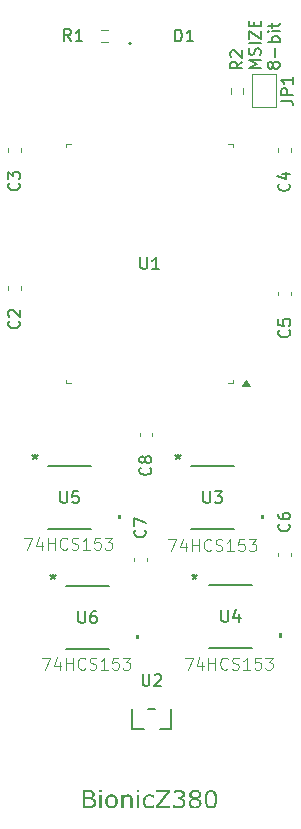
<source format=gto>
G04 #@! TF.GenerationSoftware,KiCad,Pcbnew,9.0.6*
G04 #@! TF.CreationDate,2025-12-03T22:02:21+09:00*
G04 #@! TF.ProjectId,bionic-z380,62696f6e-6963-42d7-9a33-38302e6b6963,2*
G04 #@! TF.SameCoordinates,Original*
G04 #@! TF.FileFunction,Legend,Top*
G04 #@! TF.FilePolarity,Positive*
%FSLAX46Y46*%
G04 Gerber Fmt 4.6, Leading zero omitted, Abs format (unit mm)*
G04 Created by KiCad (PCBNEW 9.0.6) date 2025-12-03 22:02:21*
%MOMM*%
%LPD*%
G01*
G04 APERTURE LIST*
%ADD10C,0.125000*%
%ADD11C,0.150000*%
%ADD12C,0.000000*%
%ADD13C,0.152400*%
%ADD14C,0.120000*%
G04 APERTURE END LIST*
D10*
X116692905Y-124447119D02*
X117359571Y-124447119D01*
X117359571Y-124447119D02*
X116931000Y-125447119D01*
X118169095Y-124780452D02*
X118169095Y-125447119D01*
X117931000Y-124399500D02*
X117692905Y-125113785D01*
X117692905Y-125113785D02*
X118311952Y-125113785D01*
X118692905Y-125447119D02*
X118692905Y-124447119D01*
X118692905Y-124923309D02*
X119264333Y-124923309D01*
X119264333Y-125447119D02*
X119264333Y-124447119D01*
X120311952Y-125351880D02*
X120264333Y-125399500D01*
X120264333Y-125399500D02*
X120121476Y-125447119D01*
X120121476Y-125447119D02*
X120026238Y-125447119D01*
X120026238Y-125447119D02*
X119883381Y-125399500D01*
X119883381Y-125399500D02*
X119788143Y-125304261D01*
X119788143Y-125304261D02*
X119740524Y-125209023D01*
X119740524Y-125209023D02*
X119692905Y-125018547D01*
X119692905Y-125018547D02*
X119692905Y-124875690D01*
X119692905Y-124875690D02*
X119740524Y-124685214D01*
X119740524Y-124685214D02*
X119788143Y-124589976D01*
X119788143Y-124589976D02*
X119883381Y-124494738D01*
X119883381Y-124494738D02*
X120026238Y-124447119D01*
X120026238Y-124447119D02*
X120121476Y-124447119D01*
X120121476Y-124447119D02*
X120264333Y-124494738D01*
X120264333Y-124494738D02*
X120311952Y-124542357D01*
X120692905Y-125399500D02*
X120835762Y-125447119D01*
X120835762Y-125447119D02*
X121073857Y-125447119D01*
X121073857Y-125447119D02*
X121169095Y-125399500D01*
X121169095Y-125399500D02*
X121216714Y-125351880D01*
X121216714Y-125351880D02*
X121264333Y-125256642D01*
X121264333Y-125256642D02*
X121264333Y-125161404D01*
X121264333Y-125161404D02*
X121216714Y-125066166D01*
X121216714Y-125066166D02*
X121169095Y-125018547D01*
X121169095Y-125018547D02*
X121073857Y-124970928D01*
X121073857Y-124970928D02*
X120883381Y-124923309D01*
X120883381Y-124923309D02*
X120788143Y-124875690D01*
X120788143Y-124875690D02*
X120740524Y-124828071D01*
X120740524Y-124828071D02*
X120692905Y-124732833D01*
X120692905Y-124732833D02*
X120692905Y-124637595D01*
X120692905Y-124637595D02*
X120740524Y-124542357D01*
X120740524Y-124542357D02*
X120788143Y-124494738D01*
X120788143Y-124494738D02*
X120883381Y-124447119D01*
X120883381Y-124447119D02*
X121121476Y-124447119D01*
X121121476Y-124447119D02*
X121264333Y-124494738D01*
X122216714Y-125447119D02*
X121645286Y-125447119D01*
X121931000Y-125447119D02*
X121931000Y-124447119D01*
X121931000Y-124447119D02*
X121835762Y-124589976D01*
X121835762Y-124589976D02*
X121740524Y-124685214D01*
X121740524Y-124685214D02*
X121645286Y-124732833D01*
X123121476Y-124447119D02*
X122645286Y-124447119D01*
X122645286Y-124447119D02*
X122597667Y-124923309D01*
X122597667Y-124923309D02*
X122645286Y-124875690D01*
X122645286Y-124875690D02*
X122740524Y-124828071D01*
X122740524Y-124828071D02*
X122978619Y-124828071D01*
X122978619Y-124828071D02*
X123073857Y-124875690D01*
X123073857Y-124875690D02*
X123121476Y-124923309D01*
X123121476Y-124923309D02*
X123169095Y-125018547D01*
X123169095Y-125018547D02*
X123169095Y-125256642D01*
X123169095Y-125256642D02*
X123121476Y-125351880D01*
X123121476Y-125351880D02*
X123073857Y-125399500D01*
X123073857Y-125399500D02*
X122978619Y-125447119D01*
X122978619Y-125447119D02*
X122740524Y-125447119D01*
X122740524Y-125447119D02*
X122645286Y-125399500D01*
X122645286Y-125399500D02*
X122597667Y-125351880D01*
X123502429Y-124447119D02*
X124121476Y-124447119D01*
X124121476Y-124447119D02*
X123788143Y-124828071D01*
X123788143Y-124828071D02*
X123931000Y-124828071D01*
X123931000Y-124828071D02*
X124026238Y-124875690D01*
X124026238Y-124875690D02*
X124073857Y-124923309D01*
X124073857Y-124923309D02*
X124121476Y-125018547D01*
X124121476Y-125018547D02*
X124121476Y-125256642D01*
X124121476Y-125256642D02*
X124073857Y-125351880D01*
X124073857Y-125351880D02*
X124026238Y-125399500D01*
X124026238Y-125399500D02*
X123931000Y-125447119D01*
X123931000Y-125447119D02*
X123645286Y-125447119D01*
X123645286Y-125447119D02*
X123550048Y-125399500D01*
X123550048Y-125399500D02*
X123502429Y-125351880D01*
X104627905Y-124447119D02*
X105294571Y-124447119D01*
X105294571Y-124447119D02*
X104866000Y-125447119D01*
X106104095Y-124780452D02*
X106104095Y-125447119D01*
X105866000Y-124399500D02*
X105627905Y-125113785D01*
X105627905Y-125113785D02*
X106246952Y-125113785D01*
X106627905Y-125447119D02*
X106627905Y-124447119D01*
X106627905Y-124923309D02*
X107199333Y-124923309D01*
X107199333Y-125447119D02*
X107199333Y-124447119D01*
X108246952Y-125351880D02*
X108199333Y-125399500D01*
X108199333Y-125399500D02*
X108056476Y-125447119D01*
X108056476Y-125447119D02*
X107961238Y-125447119D01*
X107961238Y-125447119D02*
X107818381Y-125399500D01*
X107818381Y-125399500D02*
X107723143Y-125304261D01*
X107723143Y-125304261D02*
X107675524Y-125209023D01*
X107675524Y-125209023D02*
X107627905Y-125018547D01*
X107627905Y-125018547D02*
X107627905Y-124875690D01*
X107627905Y-124875690D02*
X107675524Y-124685214D01*
X107675524Y-124685214D02*
X107723143Y-124589976D01*
X107723143Y-124589976D02*
X107818381Y-124494738D01*
X107818381Y-124494738D02*
X107961238Y-124447119D01*
X107961238Y-124447119D02*
X108056476Y-124447119D01*
X108056476Y-124447119D02*
X108199333Y-124494738D01*
X108199333Y-124494738D02*
X108246952Y-124542357D01*
X108627905Y-125399500D02*
X108770762Y-125447119D01*
X108770762Y-125447119D02*
X109008857Y-125447119D01*
X109008857Y-125447119D02*
X109104095Y-125399500D01*
X109104095Y-125399500D02*
X109151714Y-125351880D01*
X109151714Y-125351880D02*
X109199333Y-125256642D01*
X109199333Y-125256642D02*
X109199333Y-125161404D01*
X109199333Y-125161404D02*
X109151714Y-125066166D01*
X109151714Y-125066166D02*
X109104095Y-125018547D01*
X109104095Y-125018547D02*
X109008857Y-124970928D01*
X109008857Y-124970928D02*
X108818381Y-124923309D01*
X108818381Y-124923309D02*
X108723143Y-124875690D01*
X108723143Y-124875690D02*
X108675524Y-124828071D01*
X108675524Y-124828071D02*
X108627905Y-124732833D01*
X108627905Y-124732833D02*
X108627905Y-124637595D01*
X108627905Y-124637595D02*
X108675524Y-124542357D01*
X108675524Y-124542357D02*
X108723143Y-124494738D01*
X108723143Y-124494738D02*
X108818381Y-124447119D01*
X108818381Y-124447119D02*
X109056476Y-124447119D01*
X109056476Y-124447119D02*
X109199333Y-124494738D01*
X110151714Y-125447119D02*
X109580286Y-125447119D01*
X109866000Y-125447119D02*
X109866000Y-124447119D01*
X109866000Y-124447119D02*
X109770762Y-124589976D01*
X109770762Y-124589976D02*
X109675524Y-124685214D01*
X109675524Y-124685214D02*
X109580286Y-124732833D01*
X111056476Y-124447119D02*
X110580286Y-124447119D01*
X110580286Y-124447119D02*
X110532667Y-124923309D01*
X110532667Y-124923309D02*
X110580286Y-124875690D01*
X110580286Y-124875690D02*
X110675524Y-124828071D01*
X110675524Y-124828071D02*
X110913619Y-124828071D01*
X110913619Y-124828071D02*
X111008857Y-124875690D01*
X111008857Y-124875690D02*
X111056476Y-124923309D01*
X111056476Y-124923309D02*
X111104095Y-125018547D01*
X111104095Y-125018547D02*
X111104095Y-125256642D01*
X111104095Y-125256642D02*
X111056476Y-125351880D01*
X111056476Y-125351880D02*
X111008857Y-125399500D01*
X111008857Y-125399500D02*
X110913619Y-125447119D01*
X110913619Y-125447119D02*
X110675524Y-125447119D01*
X110675524Y-125447119D02*
X110580286Y-125399500D01*
X110580286Y-125399500D02*
X110532667Y-125351880D01*
X111437429Y-124447119D02*
X112056476Y-124447119D01*
X112056476Y-124447119D02*
X111723143Y-124828071D01*
X111723143Y-124828071D02*
X111866000Y-124828071D01*
X111866000Y-124828071D02*
X111961238Y-124875690D01*
X111961238Y-124875690D02*
X112008857Y-124923309D01*
X112008857Y-124923309D02*
X112056476Y-125018547D01*
X112056476Y-125018547D02*
X112056476Y-125256642D01*
X112056476Y-125256642D02*
X112008857Y-125351880D01*
X112008857Y-125351880D02*
X111961238Y-125399500D01*
X111961238Y-125399500D02*
X111866000Y-125447119D01*
X111866000Y-125447119D02*
X111580286Y-125447119D01*
X111580286Y-125447119D02*
X111485048Y-125399500D01*
X111485048Y-125399500D02*
X111437429Y-125351880D01*
D11*
X123103447Y-74514620D02*
X122103447Y-74514620D01*
X122103447Y-74514620D02*
X122817732Y-74181287D01*
X122817732Y-74181287D02*
X122103447Y-73847954D01*
X122103447Y-73847954D02*
X123103447Y-73847954D01*
X123055828Y-73419382D02*
X123103447Y-73276525D01*
X123103447Y-73276525D02*
X123103447Y-73038430D01*
X123103447Y-73038430D02*
X123055828Y-72943192D01*
X123055828Y-72943192D02*
X123008208Y-72895573D01*
X123008208Y-72895573D02*
X122912970Y-72847954D01*
X122912970Y-72847954D02*
X122817732Y-72847954D01*
X122817732Y-72847954D02*
X122722494Y-72895573D01*
X122722494Y-72895573D02*
X122674875Y-72943192D01*
X122674875Y-72943192D02*
X122627256Y-73038430D01*
X122627256Y-73038430D02*
X122579637Y-73228906D01*
X122579637Y-73228906D02*
X122532018Y-73324144D01*
X122532018Y-73324144D02*
X122484399Y-73371763D01*
X122484399Y-73371763D02*
X122389161Y-73419382D01*
X122389161Y-73419382D02*
X122293923Y-73419382D01*
X122293923Y-73419382D02*
X122198685Y-73371763D01*
X122198685Y-73371763D02*
X122151066Y-73324144D01*
X122151066Y-73324144D02*
X122103447Y-73228906D01*
X122103447Y-73228906D02*
X122103447Y-72990811D01*
X122103447Y-72990811D02*
X122151066Y-72847954D01*
X123103447Y-72419382D02*
X122103447Y-72419382D01*
X122103447Y-72038430D02*
X122103447Y-71371764D01*
X122103447Y-71371764D02*
X123103447Y-72038430D01*
X123103447Y-72038430D02*
X123103447Y-71371764D01*
X122579637Y-70990811D02*
X122579637Y-70657478D01*
X123103447Y-70514621D02*
X123103447Y-70990811D01*
X123103447Y-70990811D02*
X122103447Y-70990811D01*
X122103447Y-70990811D02*
X122103447Y-70514621D01*
X124141962Y-74371763D02*
X124094343Y-74467001D01*
X124094343Y-74467001D02*
X124046724Y-74514620D01*
X124046724Y-74514620D02*
X123951486Y-74562239D01*
X123951486Y-74562239D02*
X123903867Y-74562239D01*
X123903867Y-74562239D02*
X123808629Y-74514620D01*
X123808629Y-74514620D02*
X123761010Y-74467001D01*
X123761010Y-74467001D02*
X123713391Y-74371763D01*
X123713391Y-74371763D02*
X123713391Y-74181287D01*
X123713391Y-74181287D02*
X123761010Y-74086049D01*
X123761010Y-74086049D02*
X123808629Y-74038430D01*
X123808629Y-74038430D02*
X123903867Y-73990811D01*
X123903867Y-73990811D02*
X123951486Y-73990811D01*
X123951486Y-73990811D02*
X124046724Y-74038430D01*
X124046724Y-74038430D02*
X124094343Y-74086049D01*
X124094343Y-74086049D02*
X124141962Y-74181287D01*
X124141962Y-74181287D02*
X124141962Y-74371763D01*
X124141962Y-74371763D02*
X124189581Y-74467001D01*
X124189581Y-74467001D02*
X124237200Y-74514620D01*
X124237200Y-74514620D02*
X124332438Y-74562239D01*
X124332438Y-74562239D02*
X124522914Y-74562239D01*
X124522914Y-74562239D02*
X124618152Y-74514620D01*
X124618152Y-74514620D02*
X124665772Y-74467001D01*
X124665772Y-74467001D02*
X124713391Y-74371763D01*
X124713391Y-74371763D02*
X124713391Y-74181287D01*
X124713391Y-74181287D02*
X124665772Y-74086049D01*
X124665772Y-74086049D02*
X124618152Y-74038430D01*
X124618152Y-74038430D02*
X124522914Y-73990811D01*
X124522914Y-73990811D02*
X124332438Y-73990811D01*
X124332438Y-73990811D02*
X124237200Y-74038430D01*
X124237200Y-74038430D02*
X124189581Y-74086049D01*
X124189581Y-74086049D02*
X124141962Y-74181287D01*
X124332438Y-73562239D02*
X124332438Y-72800335D01*
X124713391Y-72324144D02*
X123713391Y-72324144D01*
X124094343Y-72324144D02*
X124046724Y-72228906D01*
X124046724Y-72228906D02*
X124046724Y-72038430D01*
X124046724Y-72038430D02*
X124094343Y-71943192D01*
X124094343Y-71943192D02*
X124141962Y-71895573D01*
X124141962Y-71895573D02*
X124237200Y-71847954D01*
X124237200Y-71847954D02*
X124522914Y-71847954D01*
X124522914Y-71847954D02*
X124618152Y-71895573D01*
X124618152Y-71895573D02*
X124665772Y-71943192D01*
X124665772Y-71943192D02*
X124713391Y-72038430D01*
X124713391Y-72038430D02*
X124713391Y-72228906D01*
X124713391Y-72228906D02*
X124665772Y-72324144D01*
X124713391Y-71419382D02*
X124046724Y-71419382D01*
X123713391Y-71419382D02*
X123761010Y-71467001D01*
X123761010Y-71467001D02*
X123808629Y-71419382D01*
X123808629Y-71419382D02*
X123761010Y-71371763D01*
X123761010Y-71371763D02*
X123713391Y-71419382D01*
X123713391Y-71419382D02*
X123808629Y-71419382D01*
X124046724Y-71086049D02*
X124046724Y-70705097D01*
X123713391Y-70943192D02*
X124570533Y-70943192D01*
X124570533Y-70943192D02*
X124665772Y-70895573D01*
X124665772Y-70895573D02*
X124713391Y-70800335D01*
X124713391Y-70800335D02*
X124713391Y-70705097D01*
G36*
X108649256Y-135650061D02*
G01*
X108742817Y-135658789D01*
X108823854Y-135677697D01*
X108901636Y-135710080D01*
X108954059Y-135743504D01*
X108994120Y-135781259D01*
X109023543Y-135823561D01*
X109051498Y-135897607D01*
X109061462Y-135989433D01*
X109054972Y-136060240D01*
X109036374Y-136121445D01*
X109006141Y-136174905D01*
X108942444Y-136243385D01*
X108858588Y-136298736D01*
X108858588Y-136306887D01*
X108956952Y-136337005D01*
X109037215Y-136382062D01*
X109102403Y-136441984D01*
X109151167Y-136515418D01*
X109181108Y-136601463D01*
X109191613Y-136703477D01*
X109186559Y-136777948D01*
X109172019Y-136844180D01*
X109148565Y-136903420D01*
X109097728Y-136982873D01*
X109032794Y-137046119D01*
X108942226Y-137103884D01*
X108843750Y-137142015D01*
X108733673Y-137162610D01*
X108581983Y-137170500D01*
X108040954Y-137170500D01*
X108040954Y-136994645D01*
X108243829Y-136994645D01*
X108512282Y-136994645D01*
X108639464Y-136990867D01*
X108730452Y-136981089D01*
X108810330Y-136960981D01*
X108869853Y-136931355D01*
X108920568Y-136888258D01*
X108953842Y-136841871D01*
X108973243Y-136787100D01*
X108980495Y-136712178D01*
X108972811Y-136627139D01*
X108952835Y-136568471D01*
X108915891Y-136521005D01*
X108852451Y-136477979D01*
X108799886Y-136457800D01*
X108733016Y-136445373D01*
X108562474Y-136437771D01*
X108243829Y-136437771D01*
X108243829Y-136994645D01*
X108040954Y-136994645D01*
X108040954Y-136261916D01*
X108243829Y-136261916D01*
X108506145Y-136261916D01*
X108596543Y-136259164D01*
X108657729Y-136252207D01*
X108712102Y-136237250D01*
X108762326Y-136211816D01*
X108803810Y-136176248D01*
X108830469Y-136132590D01*
X108845138Y-136081292D01*
X108850436Y-136017551D01*
X108845483Y-135965058D01*
X108831935Y-135924495D01*
X108808318Y-135890704D01*
X108772584Y-135863220D01*
X108720880Y-135841301D01*
X108655714Y-135828965D01*
X108485629Y-135822279D01*
X108243829Y-135822279D01*
X108243829Y-136261916D01*
X108040954Y-136261916D01*
X108040954Y-135646424D01*
X108492773Y-135646424D01*
X108649256Y-135650061D01*
G37*
G36*
X109671642Y-135834003D02*
G01*
X109454388Y-135834003D01*
X109454388Y-135634700D01*
X109671642Y-135634700D01*
X109671642Y-135834003D01*
G37*
G36*
X109659277Y-137170500D02*
G01*
X109466661Y-137170500D01*
X109466661Y-136027443D01*
X109659277Y-136027443D01*
X109659277Y-137170500D01*
G37*
G36*
X110606179Y-136008898D02*
G01*
X110707537Y-136039681D01*
X110795605Y-136089610D01*
X110872584Y-136159700D01*
X110933140Y-136243923D01*
X110977762Y-136343243D01*
X111005991Y-136460554D01*
X111016015Y-136599521D01*
X111005983Y-136738503D01*
X110977742Y-136855710D01*
X110933121Y-136954833D01*
X110872584Y-137038792D01*
X110795639Y-137108619D01*
X110707584Y-137158382D01*
X110606214Y-137189074D01*
X110488359Y-137199809D01*
X110369366Y-137189032D01*
X110267400Y-137158273D01*
X110179198Y-137108501D01*
X110102486Y-137038792D01*
X110042200Y-136954868D01*
X109997747Y-136855757D01*
X109969604Y-136738538D01*
X109959604Y-136599521D01*
X110158357Y-136599521D01*
X110164815Y-136707161D01*
X110182581Y-136794246D01*
X110209802Y-136864350D01*
X110245460Y-136920456D01*
X110292865Y-136967955D01*
X110347996Y-137001685D01*
X110412385Y-137022504D01*
X110488359Y-137029816D01*
X110563263Y-137022603D01*
X110627082Y-137002019D01*
X110682042Y-136968597D01*
X110729610Y-136921463D01*
X110765410Y-136865826D01*
X110792803Y-136795813D01*
X110810730Y-136708296D01*
X110817263Y-136599521D01*
X110810676Y-136487725D01*
X110792714Y-136398966D01*
X110765478Y-136329046D01*
X110730160Y-136274464D01*
X110682941Y-136228370D01*
X110628043Y-136195549D01*
X110563940Y-136175256D01*
X110488359Y-136168127D01*
X110411637Y-136175301D01*
X110346944Y-136195662D01*
X110291903Y-136228491D01*
X110244910Y-136274464D01*
X110209834Y-136329008D01*
X110182766Y-136398911D01*
X110164907Y-136487683D01*
X110158357Y-136599521D01*
X109959604Y-136599521D01*
X109969595Y-136460519D01*
X109997727Y-136343195D01*
X110042181Y-136243889D01*
X110102486Y-136159700D01*
X110179233Y-136089728D01*
X110267448Y-136039791D01*
X110369401Y-136008941D01*
X110488359Y-135998134D01*
X110606179Y-136008898D01*
G37*
G36*
X112271088Y-137170500D02*
G01*
X112078472Y-137170500D01*
X112078472Y-136520295D01*
X112069221Y-136372558D01*
X112055261Y-136308187D01*
X112035424Y-136264664D01*
X112004379Y-136227474D01*
X111961602Y-136200825D01*
X111909447Y-136185634D01*
X111836671Y-136179851D01*
X111757787Y-136189128D01*
X111671624Y-136218685D01*
X111587837Y-136262601D01*
X111506669Y-136317878D01*
X111506669Y-137170500D01*
X111314053Y-137170500D01*
X111314053Y-136027443D01*
X111506669Y-136027443D01*
X111506669Y-136156403D01*
X111599648Y-136089243D01*
X111693148Y-136039991D01*
X111791188Y-136008508D01*
X111890893Y-135998134D01*
X111982699Y-136005899D01*
X112058549Y-136027669D01*
X112121491Y-136062160D01*
X112173726Y-136109509D01*
X112214125Y-136167251D01*
X112244474Y-136238026D01*
X112264036Y-136324525D01*
X112271088Y-136430077D01*
X112271088Y-137170500D01*
G37*
G36*
X112848753Y-135834003D02*
G01*
X112631499Y-135834003D01*
X112631499Y-135634700D01*
X112848753Y-135634700D01*
X112848753Y-135834003D01*
G37*
G36*
X112836388Y-137170500D02*
G01*
X112643772Y-137170500D01*
X112643772Y-136027443D01*
X112836388Y-136027443D01*
X112836388Y-137170500D01*
G37*
G36*
X114064075Y-137096219D02*
G01*
X113968148Y-137138138D01*
X113881167Y-137168210D01*
X113792753Y-137187394D01*
X113697252Y-137193947D01*
X113576646Y-137184579D01*
X113469740Y-137157585D01*
X113403416Y-137128871D01*
X113344607Y-137092267D01*
X113292511Y-137047584D01*
X113247224Y-136995262D01*
X113208581Y-136933576D01*
X113176649Y-136861288D01*
X113154596Y-136785113D01*
X113140629Y-136697908D01*
X113135707Y-136598055D01*
X113146428Y-136458531D01*
X113176630Y-136341101D01*
X113224508Y-136241874D01*
X113289855Y-136157869D01*
X113371800Y-136088897D01*
X113465358Y-136039441D01*
X113572798Y-136008841D01*
X113697252Y-135998134D01*
X113794677Y-136005087D01*
X113890418Y-136025978D01*
X113982433Y-136057292D01*
X114064075Y-136093846D01*
X114064075Y-136308811D01*
X114053816Y-136308811D01*
X113963174Y-136248228D01*
X113871916Y-136204580D01*
X113777926Y-136176969D01*
X113689009Y-136168127D01*
X113608711Y-136175459D01*
X113540225Y-136196350D01*
X113481268Y-136230116D01*
X113430264Y-136277395D01*
X113391169Y-136333980D01*
X113361598Y-136404236D01*
X113342417Y-136491071D01*
X113335468Y-136598055D01*
X113342193Y-136701781D01*
X113360847Y-136786928D01*
X113389761Y-136856689D01*
X113428158Y-136913678D01*
X113478248Y-136961175D01*
X113537120Y-136995253D01*
X113606527Y-137016465D01*
X113689009Y-137023954D01*
X113747483Y-137020212D01*
X113807894Y-137008750D01*
X113866272Y-136990916D01*
X113916521Y-136969274D01*
X113995381Y-136924303D01*
X114053816Y-136883270D01*
X114064075Y-136883270D01*
X114064075Y-137096219D01*
G37*
G36*
X115441146Y-137170500D02*
G01*
X114250462Y-137170500D01*
X114250462Y-136982921D01*
X115185974Y-135828141D01*
X114285267Y-135828141D01*
X114285267Y-135646424D01*
X115418523Y-135646424D01*
X115418523Y-135834003D01*
X114473853Y-136988783D01*
X115441146Y-136988783D01*
X115441146Y-137170500D01*
G37*
G36*
X116622488Y-136434199D02*
G01*
X116666774Y-136483118D01*
X116703454Y-136544749D01*
X116726529Y-136616971D01*
X116735236Y-136716666D01*
X116725534Y-136817848D01*
X116697318Y-136908091D01*
X116651676Y-136989544D01*
X116590797Y-137059583D01*
X116507541Y-137121619D01*
X116409813Y-137165554D01*
X116302614Y-137190980D01*
X116181935Y-137199809D01*
X116055782Y-137192246D01*
X115931800Y-137169584D01*
X115814924Y-137136296D01*
X115730024Y-137103455D01*
X115730024Y-136889132D01*
X115745412Y-136889132D01*
X115838002Y-136941246D01*
X115950301Y-136985577D01*
X116067845Y-137014649D01*
X116177813Y-137023954D01*
X116243032Y-137018789D01*
X116315108Y-137002430D01*
X116382534Y-136974935D01*
X116432986Y-136938866D01*
X116474548Y-136890799D01*
X116503145Y-136839398D01*
X116519930Y-136780875D01*
X116526226Y-136701920D01*
X116519128Y-136624154D01*
X116500031Y-136566090D01*
X116468590Y-136517601D01*
X116427857Y-136481460D01*
X116378126Y-136455148D01*
X116316207Y-136437863D01*
X116249232Y-136429100D01*
X116174791Y-136426047D01*
X116082558Y-136426047D01*
X116082558Y-136256054D01*
X116154274Y-136256054D01*
X116256358Y-136248018D01*
X116337789Y-136225890D01*
X116402669Y-136191574D01*
X116443141Y-136155756D01*
X116471675Y-136113403D01*
X116489258Y-136063238D01*
X116495451Y-136003171D01*
X116489327Y-135950872D01*
X116471820Y-135907184D01*
X116443859Y-135869932D01*
X116406333Y-135839681D01*
X116360715Y-135817354D01*
X116311994Y-135803136D01*
X116260083Y-135795657D01*
X116198330Y-135792970D01*
X116100087Y-135801417D01*
X115991334Y-135828232D01*
X115884929Y-135870676D01*
X115784338Y-135927792D01*
X115774080Y-135927792D01*
X115774080Y-135713469D01*
X115853514Y-135680866D01*
X115968253Y-135647340D01*
X116089160Y-135624495D01*
X116203459Y-135617115D01*
X116311602Y-135622531D01*
X116400105Y-135637448D01*
X116481703Y-135664130D01*
X116553886Y-135702478D01*
X116619453Y-135757216D01*
X116665536Y-135820447D01*
X116693590Y-135893749D01*
X116703454Y-135982014D01*
X116693488Y-136062493D01*
X116664024Y-136135105D01*
X116613787Y-136202107D01*
X116549703Y-136257580D01*
X116479607Y-136296673D01*
X116402211Y-136320534D01*
X116402211Y-136334914D01*
X116452589Y-136346837D01*
X116514868Y-136369169D01*
X116574603Y-136399114D01*
X116622488Y-136434199D01*
G37*
G36*
X117675609Y-135624749D02*
G01*
X117772833Y-135646253D01*
X117855482Y-135680164D01*
X117925829Y-135725925D01*
X117986498Y-135785237D01*
X118028393Y-135850100D01*
X118053509Y-135921783D01*
X118062116Y-136002347D01*
X118055235Y-136069010D01*
X118034183Y-136135903D01*
X117997545Y-136204214D01*
X117948987Y-136264266D01*
X117886501Y-136315842D01*
X117807951Y-136359186D01*
X117807951Y-136365322D01*
X117900139Y-136411498D01*
X117972187Y-136461722D01*
X118027220Y-136515715D01*
X118068561Y-136579144D01*
X118094073Y-136654041D01*
X118103057Y-136743410D01*
X118093292Y-136837960D01*
X118064784Y-136922482D01*
X118017310Y-136999259D01*
X117948818Y-137069749D01*
X117868542Y-137125655D01*
X117778433Y-137166060D01*
X117676693Y-137191088D01*
X117561021Y-137199809D01*
X117437233Y-137190969D01*
X117332093Y-137166015D01*
X117242500Y-137126486D01*
X117165989Y-137072772D01*
X117101244Y-137004198D01*
X117055926Y-136928293D01*
X117028460Y-136843496D01*
X117018986Y-136747440D01*
X117020874Y-136728756D01*
X117225981Y-136728756D01*
X117236857Y-136815102D01*
X117268361Y-136888848D01*
X117321236Y-136953062D01*
X117389354Y-137001618D01*
X117468914Y-137031199D01*
X117563128Y-137041539D01*
X117660202Y-137032364D01*
X117738652Y-137006774D01*
X117802364Y-136966160D01*
X117851645Y-136910426D01*
X117881508Y-136842583D01*
X117892032Y-136758889D01*
X117886919Y-136698470D01*
X117872748Y-136649829D01*
X117850541Y-136610603D01*
X117819060Y-136577529D01*
X117767194Y-136540323D01*
X117688058Y-136498404D01*
X117582545Y-136457188D01*
X117429863Y-136403882D01*
X117372022Y-136440950D01*
X117322915Y-136485398D01*
X117281760Y-136537697D01*
X117250909Y-136596120D01*
X117232325Y-136659369D01*
X117225981Y-136728756D01*
X117020874Y-136728756D01*
X117027238Y-136665789D01*
X117051641Y-136590281D01*
X117092716Y-136519287D01*
X117147205Y-136457195D01*
X117215844Y-136403194D01*
X117300720Y-136357171D01*
X117300720Y-136351034D01*
X117221544Y-136303354D01*
X117162026Y-136255951D01*
X117118820Y-136208793D01*
X117086781Y-136154522D01*
X117066919Y-136090897D01*
X117059927Y-136015628D01*
X117062639Y-135990532D01*
X117265915Y-135990532D01*
X117276500Y-136059758D01*
X117307406Y-136117752D01*
X117356908Y-136166445D01*
X117432977Y-136213281D01*
X117542062Y-136261367D01*
X117680914Y-136310368D01*
X117745399Y-136261584D01*
X117791025Y-136215084D01*
X117821323Y-136170417D01*
X117850171Y-136093678D01*
X117860249Y-136002805D01*
X117850618Y-135934052D01*
X117822804Y-135876956D01*
X117775711Y-135828599D01*
X117716251Y-135793431D01*
X117645296Y-135771455D01*
X117560014Y-135763661D01*
X117475875Y-135771074D01*
X117406265Y-135791896D01*
X117348347Y-135825027D01*
X117302344Y-135870935D01*
X117275274Y-135925166D01*
X117265915Y-135990532D01*
X117062639Y-135990532D01*
X117068778Y-135933721D01*
X117094713Y-135860201D01*
X117138169Y-135793031D01*
X117201343Y-135730963D01*
X117274619Y-135682350D01*
X117357746Y-135646933D01*
X117452481Y-135624847D01*
X117561021Y-135617115D01*
X117675609Y-135624749D01*
G37*
G36*
X119006416Y-135625872D02*
G01*
X119098512Y-135650581D01*
X119176454Y-135689879D01*
X119242569Y-135743781D01*
X119298229Y-135813669D01*
X119348786Y-135912290D01*
X119388536Y-136039674D01*
X119415042Y-136202264D01*
X119424808Y-136407454D01*
X119418246Y-136581302D01*
X119400191Y-136724003D01*
X119372790Y-136840098D01*
X119337740Y-136933690D01*
X119296214Y-137008383D01*
X119239988Y-137076425D01*
X119173718Y-137128959D01*
X119096066Y-137167255D01*
X119004821Y-137191302D01*
X118897060Y-137199809D01*
X118787584Y-137191140D01*
X118695428Y-137166695D01*
X118617496Y-137127856D01*
X118551450Y-137074665D01*
X118495892Y-137005819D01*
X118445591Y-136908504D01*
X118405860Y-136781433D01*
X118379246Y-136617725D01*
X118369404Y-136409469D01*
X118577408Y-136409469D01*
X118580506Y-136561861D01*
X118588673Y-136675358D01*
X118606816Y-136778568D01*
X118636850Y-136866875D01*
X118678565Y-136937962D01*
X118732654Y-136988050D01*
X118775937Y-137010295D01*
X118829908Y-137024623D01*
X118897152Y-137029816D01*
X118960282Y-137024996D01*
X119012898Y-137011480D01*
X119056887Y-136990157D01*
X119095246Y-136959945D01*
X119128012Y-136920367D01*
X119155347Y-136869898D01*
X119184715Y-136782894D01*
X119203982Y-136675908D01*
X119213320Y-136558718D01*
X119216805Y-136407454D01*
X119213348Y-136257625D01*
X119203982Y-136138543D01*
X119184275Y-136029689D01*
X119154340Y-135945011D01*
X119110927Y-135875046D01*
X119056429Y-135826859D01*
X119013351Y-135805569D01*
X118960962Y-135791984D01*
X118897152Y-135787108D01*
X118833966Y-135791948D01*
X118781489Y-135805503D01*
X118737784Y-135826859D01*
X118682392Y-135875419D01*
X118637858Y-135947026D01*
X118609775Y-136028902D01*
X118590230Y-136143672D01*
X118580760Y-136267702D01*
X118577408Y-136409469D01*
X118369404Y-136409469D01*
X118379391Y-136199576D01*
X118406364Y-136035054D01*
X118446582Y-135907766D01*
X118497449Y-135810647D01*
X118553604Y-135741800D01*
X118619876Y-135688693D01*
X118697599Y-135650002D01*
X118789006Y-135625710D01*
X118897060Y-135617115D01*
X119006416Y-135625872D01*
G37*
D10*
X103103905Y-114287119D02*
X103770571Y-114287119D01*
X103770571Y-114287119D02*
X103342000Y-115287119D01*
X104580095Y-114620452D02*
X104580095Y-115287119D01*
X104342000Y-114239500D02*
X104103905Y-114953785D01*
X104103905Y-114953785D02*
X104722952Y-114953785D01*
X105103905Y-115287119D02*
X105103905Y-114287119D01*
X105103905Y-114763309D02*
X105675333Y-114763309D01*
X105675333Y-115287119D02*
X105675333Y-114287119D01*
X106722952Y-115191880D02*
X106675333Y-115239500D01*
X106675333Y-115239500D02*
X106532476Y-115287119D01*
X106532476Y-115287119D02*
X106437238Y-115287119D01*
X106437238Y-115287119D02*
X106294381Y-115239500D01*
X106294381Y-115239500D02*
X106199143Y-115144261D01*
X106199143Y-115144261D02*
X106151524Y-115049023D01*
X106151524Y-115049023D02*
X106103905Y-114858547D01*
X106103905Y-114858547D02*
X106103905Y-114715690D01*
X106103905Y-114715690D02*
X106151524Y-114525214D01*
X106151524Y-114525214D02*
X106199143Y-114429976D01*
X106199143Y-114429976D02*
X106294381Y-114334738D01*
X106294381Y-114334738D02*
X106437238Y-114287119D01*
X106437238Y-114287119D02*
X106532476Y-114287119D01*
X106532476Y-114287119D02*
X106675333Y-114334738D01*
X106675333Y-114334738D02*
X106722952Y-114382357D01*
X107103905Y-115239500D02*
X107246762Y-115287119D01*
X107246762Y-115287119D02*
X107484857Y-115287119D01*
X107484857Y-115287119D02*
X107580095Y-115239500D01*
X107580095Y-115239500D02*
X107627714Y-115191880D01*
X107627714Y-115191880D02*
X107675333Y-115096642D01*
X107675333Y-115096642D02*
X107675333Y-115001404D01*
X107675333Y-115001404D02*
X107627714Y-114906166D01*
X107627714Y-114906166D02*
X107580095Y-114858547D01*
X107580095Y-114858547D02*
X107484857Y-114810928D01*
X107484857Y-114810928D02*
X107294381Y-114763309D01*
X107294381Y-114763309D02*
X107199143Y-114715690D01*
X107199143Y-114715690D02*
X107151524Y-114668071D01*
X107151524Y-114668071D02*
X107103905Y-114572833D01*
X107103905Y-114572833D02*
X107103905Y-114477595D01*
X107103905Y-114477595D02*
X107151524Y-114382357D01*
X107151524Y-114382357D02*
X107199143Y-114334738D01*
X107199143Y-114334738D02*
X107294381Y-114287119D01*
X107294381Y-114287119D02*
X107532476Y-114287119D01*
X107532476Y-114287119D02*
X107675333Y-114334738D01*
X108627714Y-115287119D02*
X108056286Y-115287119D01*
X108342000Y-115287119D02*
X108342000Y-114287119D01*
X108342000Y-114287119D02*
X108246762Y-114429976D01*
X108246762Y-114429976D02*
X108151524Y-114525214D01*
X108151524Y-114525214D02*
X108056286Y-114572833D01*
X109532476Y-114287119D02*
X109056286Y-114287119D01*
X109056286Y-114287119D02*
X109008667Y-114763309D01*
X109008667Y-114763309D02*
X109056286Y-114715690D01*
X109056286Y-114715690D02*
X109151524Y-114668071D01*
X109151524Y-114668071D02*
X109389619Y-114668071D01*
X109389619Y-114668071D02*
X109484857Y-114715690D01*
X109484857Y-114715690D02*
X109532476Y-114763309D01*
X109532476Y-114763309D02*
X109580095Y-114858547D01*
X109580095Y-114858547D02*
X109580095Y-115096642D01*
X109580095Y-115096642D02*
X109532476Y-115191880D01*
X109532476Y-115191880D02*
X109484857Y-115239500D01*
X109484857Y-115239500D02*
X109389619Y-115287119D01*
X109389619Y-115287119D02*
X109151524Y-115287119D01*
X109151524Y-115287119D02*
X109056286Y-115239500D01*
X109056286Y-115239500D02*
X109008667Y-115191880D01*
X109913429Y-114287119D02*
X110532476Y-114287119D01*
X110532476Y-114287119D02*
X110199143Y-114668071D01*
X110199143Y-114668071D02*
X110342000Y-114668071D01*
X110342000Y-114668071D02*
X110437238Y-114715690D01*
X110437238Y-114715690D02*
X110484857Y-114763309D01*
X110484857Y-114763309D02*
X110532476Y-114858547D01*
X110532476Y-114858547D02*
X110532476Y-115096642D01*
X110532476Y-115096642D02*
X110484857Y-115191880D01*
X110484857Y-115191880D02*
X110437238Y-115239500D01*
X110437238Y-115239500D02*
X110342000Y-115287119D01*
X110342000Y-115287119D02*
X110056286Y-115287119D01*
X110056286Y-115287119D02*
X109961048Y-115239500D01*
X109961048Y-115239500D02*
X109913429Y-115191880D01*
X115295905Y-114414119D02*
X115962571Y-114414119D01*
X115962571Y-114414119D02*
X115534000Y-115414119D01*
X116772095Y-114747452D02*
X116772095Y-115414119D01*
X116534000Y-114366500D02*
X116295905Y-115080785D01*
X116295905Y-115080785D02*
X116914952Y-115080785D01*
X117295905Y-115414119D02*
X117295905Y-114414119D01*
X117295905Y-114890309D02*
X117867333Y-114890309D01*
X117867333Y-115414119D02*
X117867333Y-114414119D01*
X118914952Y-115318880D02*
X118867333Y-115366500D01*
X118867333Y-115366500D02*
X118724476Y-115414119D01*
X118724476Y-115414119D02*
X118629238Y-115414119D01*
X118629238Y-115414119D02*
X118486381Y-115366500D01*
X118486381Y-115366500D02*
X118391143Y-115271261D01*
X118391143Y-115271261D02*
X118343524Y-115176023D01*
X118343524Y-115176023D02*
X118295905Y-114985547D01*
X118295905Y-114985547D02*
X118295905Y-114842690D01*
X118295905Y-114842690D02*
X118343524Y-114652214D01*
X118343524Y-114652214D02*
X118391143Y-114556976D01*
X118391143Y-114556976D02*
X118486381Y-114461738D01*
X118486381Y-114461738D02*
X118629238Y-114414119D01*
X118629238Y-114414119D02*
X118724476Y-114414119D01*
X118724476Y-114414119D02*
X118867333Y-114461738D01*
X118867333Y-114461738D02*
X118914952Y-114509357D01*
X119295905Y-115366500D02*
X119438762Y-115414119D01*
X119438762Y-115414119D02*
X119676857Y-115414119D01*
X119676857Y-115414119D02*
X119772095Y-115366500D01*
X119772095Y-115366500D02*
X119819714Y-115318880D01*
X119819714Y-115318880D02*
X119867333Y-115223642D01*
X119867333Y-115223642D02*
X119867333Y-115128404D01*
X119867333Y-115128404D02*
X119819714Y-115033166D01*
X119819714Y-115033166D02*
X119772095Y-114985547D01*
X119772095Y-114985547D02*
X119676857Y-114937928D01*
X119676857Y-114937928D02*
X119486381Y-114890309D01*
X119486381Y-114890309D02*
X119391143Y-114842690D01*
X119391143Y-114842690D02*
X119343524Y-114795071D01*
X119343524Y-114795071D02*
X119295905Y-114699833D01*
X119295905Y-114699833D02*
X119295905Y-114604595D01*
X119295905Y-114604595D02*
X119343524Y-114509357D01*
X119343524Y-114509357D02*
X119391143Y-114461738D01*
X119391143Y-114461738D02*
X119486381Y-114414119D01*
X119486381Y-114414119D02*
X119724476Y-114414119D01*
X119724476Y-114414119D02*
X119867333Y-114461738D01*
X120819714Y-115414119D02*
X120248286Y-115414119D01*
X120534000Y-115414119D02*
X120534000Y-114414119D01*
X120534000Y-114414119D02*
X120438762Y-114556976D01*
X120438762Y-114556976D02*
X120343524Y-114652214D01*
X120343524Y-114652214D02*
X120248286Y-114699833D01*
X121724476Y-114414119D02*
X121248286Y-114414119D01*
X121248286Y-114414119D02*
X121200667Y-114890309D01*
X121200667Y-114890309D02*
X121248286Y-114842690D01*
X121248286Y-114842690D02*
X121343524Y-114795071D01*
X121343524Y-114795071D02*
X121581619Y-114795071D01*
X121581619Y-114795071D02*
X121676857Y-114842690D01*
X121676857Y-114842690D02*
X121724476Y-114890309D01*
X121724476Y-114890309D02*
X121772095Y-114985547D01*
X121772095Y-114985547D02*
X121772095Y-115223642D01*
X121772095Y-115223642D02*
X121724476Y-115318880D01*
X121724476Y-115318880D02*
X121676857Y-115366500D01*
X121676857Y-115366500D02*
X121581619Y-115414119D01*
X121581619Y-115414119D02*
X121343524Y-115414119D01*
X121343524Y-115414119D02*
X121248286Y-115366500D01*
X121248286Y-115366500D02*
X121200667Y-115318880D01*
X122105429Y-114414119D02*
X122724476Y-114414119D01*
X122724476Y-114414119D02*
X122391143Y-114795071D01*
X122391143Y-114795071D02*
X122534000Y-114795071D01*
X122534000Y-114795071D02*
X122629238Y-114842690D01*
X122629238Y-114842690D02*
X122676857Y-114890309D01*
X122676857Y-114890309D02*
X122724476Y-114985547D01*
X122724476Y-114985547D02*
X122724476Y-115223642D01*
X122724476Y-115223642D02*
X122676857Y-115318880D01*
X122676857Y-115318880D02*
X122629238Y-115366500D01*
X122629238Y-115366500D02*
X122534000Y-115414119D01*
X122534000Y-115414119D02*
X122248286Y-115414119D01*
X122248286Y-115414119D02*
X122153048Y-115366500D01*
X122153048Y-115366500D02*
X122105429Y-115318880D01*
D11*
X118272095Y-110348819D02*
X118272095Y-111158342D01*
X118272095Y-111158342D02*
X118319714Y-111253580D01*
X118319714Y-111253580D02*
X118367333Y-111301200D01*
X118367333Y-111301200D02*
X118462571Y-111348819D01*
X118462571Y-111348819D02*
X118653047Y-111348819D01*
X118653047Y-111348819D02*
X118748285Y-111301200D01*
X118748285Y-111301200D02*
X118795904Y-111253580D01*
X118795904Y-111253580D02*
X118843523Y-111158342D01*
X118843523Y-111158342D02*
X118843523Y-110348819D01*
X119224476Y-110348819D02*
X119843523Y-110348819D01*
X119843523Y-110348819D02*
X119510190Y-110729771D01*
X119510190Y-110729771D02*
X119653047Y-110729771D01*
X119653047Y-110729771D02*
X119748285Y-110777390D01*
X119748285Y-110777390D02*
X119795904Y-110825009D01*
X119795904Y-110825009D02*
X119843523Y-110920247D01*
X119843523Y-110920247D02*
X119843523Y-111158342D01*
X119843523Y-111158342D02*
X119795904Y-111253580D01*
X119795904Y-111253580D02*
X119748285Y-111301200D01*
X119748285Y-111301200D02*
X119653047Y-111348819D01*
X119653047Y-111348819D02*
X119367333Y-111348819D01*
X119367333Y-111348819D02*
X119272095Y-111301200D01*
X119272095Y-111301200D02*
X119224476Y-111253580D01*
X116113000Y-107173819D02*
X116113000Y-107411914D01*
X115874905Y-107316676D02*
X116113000Y-107411914D01*
X116113000Y-107411914D02*
X116351095Y-107316676D01*
X115970143Y-107602390D02*
X116113000Y-107411914D01*
X116113000Y-107411914D02*
X116255857Y-107602390D01*
X121546219Y-73976666D02*
X121070028Y-74309999D01*
X121546219Y-74548094D02*
X120546219Y-74548094D01*
X120546219Y-74548094D02*
X120546219Y-74167142D01*
X120546219Y-74167142D02*
X120593838Y-74071904D01*
X120593838Y-74071904D02*
X120641457Y-74024285D01*
X120641457Y-74024285D02*
X120736695Y-73976666D01*
X120736695Y-73976666D02*
X120879552Y-73976666D01*
X120879552Y-73976666D02*
X120974790Y-74024285D01*
X120974790Y-74024285D02*
X121022409Y-74071904D01*
X121022409Y-74071904D02*
X121070028Y-74167142D01*
X121070028Y-74167142D02*
X121070028Y-74548094D01*
X120641457Y-73595713D02*
X120593838Y-73548094D01*
X120593838Y-73548094D02*
X120546219Y-73452856D01*
X120546219Y-73452856D02*
X120546219Y-73214761D01*
X120546219Y-73214761D02*
X120593838Y-73119523D01*
X120593838Y-73119523D02*
X120641457Y-73071904D01*
X120641457Y-73071904D02*
X120736695Y-73024285D01*
X120736695Y-73024285D02*
X120831933Y-73024285D01*
X120831933Y-73024285D02*
X120974790Y-73071904D01*
X120974790Y-73071904D02*
X121546219Y-73643332D01*
X121546219Y-73643332D02*
X121546219Y-73024285D01*
X112938095Y-90536819D02*
X112938095Y-91346342D01*
X112938095Y-91346342D02*
X112985714Y-91441580D01*
X112985714Y-91441580D02*
X113033333Y-91489200D01*
X113033333Y-91489200D02*
X113128571Y-91536819D01*
X113128571Y-91536819D02*
X113319047Y-91536819D01*
X113319047Y-91536819D02*
X113414285Y-91489200D01*
X113414285Y-91489200D02*
X113461904Y-91441580D01*
X113461904Y-91441580D02*
X113509523Y-91346342D01*
X113509523Y-91346342D02*
X113509523Y-90536819D01*
X114509523Y-91536819D02*
X113938095Y-91536819D01*
X114223809Y-91536819D02*
X114223809Y-90536819D01*
X114223809Y-90536819D02*
X114128571Y-90679676D01*
X114128571Y-90679676D02*
X114033333Y-90774914D01*
X114033333Y-90774914D02*
X113938095Y-90822533D01*
X106156295Y-110348819D02*
X106156295Y-111158342D01*
X106156295Y-111158342D02*
X106203914Y-111253580D01*
X106203914Y-111253580D02*
X106251533Y-111301200D01*
X106251533Y-111301200D02*
X106346771Y-111348819D01*
X106346771Y-111348819D02*
X106537247Y-111348819D01*
X106537247Y-111348819D02*
X106632485Y-111301200D01*
X106632485Y-111301200D02*
X106680104Y-111253580D01*
X106680104Y-111253580D02*
X106727723Y-111158342D01*
X106727723Y-111158342D02*
X106727723Y-110348819D01*
X107680104Y-110348819D02*
X107203914Y-110348819D01*
X107203914Y-110348819D02*
X107156295Y-110825009D01*
X107156295Y-110825009D02*
X107203914Y-110777390D01*
X107203914Y-110777390D02*
X107299152Y-110729771D01*
X107299152Y-110729771D02*
X107537247Y-110729771D01*
X107537247Y-110729771D02*
X107632485Y-110777390D01*
X107632485Y-110777390D02*
X107680104Y-110825009D01*
X107680104Y-110825009D02*
X107727723Y-110920247D01*
X107727723Y-110920247D02*
X107727723Y-111158342D01*
X107727723Y-111158342D02*
X107680104Y-111253580D01*
X107680104Y-111253580D02*
X107632485Y-111301200D01*
X107632485Y-111301200D02*
X107537247Y-111348819D01*
X107537247Y-111348819D02*
X107299152Y-111348819D01*
X107299152Y-111348819D02*
X107203914Y-111301200D01*
X107203914Y-111301200D02*
X107156295Y-111253580D01*
X104018200Y-107173819D02*
X104018200Y-107411914D01*
X103780105Y-107316676D02*
X104018200Y-107411914D01*
X104018200Y-107411914D02*
X104256295Y-107316676D01*
X103875343Y-107602390D02*
X104018200Y-107411914D01*
X104018200Y-107411914D02*
X104161057Y-107602390D01*
X124838819Y-77284933D02*
X125553104Y-77284933D01*
X125553104Y-77284933D02*
X125695961Y-77332552D01*
X125695961Y-77332552D02*
X125791200Y-77427790D01*
X125791200Y-77427790D02*
X125838819Y-77570647D01*
X125838819Y-77570647D02*
X125838819Y-77665885D01*
X125838819Y-76808742D02*
X124838819Y-76808742D01*
X124838819Y-76808742D02*
X124838819Y-76427790D01*
X124838819Y-76427790D02*
X124886438Y-76332552D01*
X124886438Y-76332552D02*
X124934057Y-76284933D01*
X124934057Y-76284933D02*
X125029295Y-76237314D01*
X125029295Y-76237314D02*
X125172152Y-76237314D01*
X125172152Y-76237314D02*
X125267390Y-76284933D01*
X125267390Y-76284933D02*
X125315009Y-76332552D01*
X125315009Y-76332552D02*
X125362628Y-76427790D01*
X125362628Y-76427790D02*
X125362628Y-76808742D01*
X125838819Y-75284933D02*
X125838819Y-75856361D01*
X125838819Y-75570647D02*
X124838819Y-75570647D01*
X124838819Y-75570647D02*
X124981676Y-75665885D01*
X124981676Y-75665885D02*
X125076914Y-75761123D01*
X125076914Y-75761123D02*
X125124533Y-75856361D01*
X113754780Y-108342866D02*
X113802400Y-108390485D01*
X113802400Y-108390485D02*
X113850019Y-108533342D01*
X113850019Y-108533342D02*
X113850019Y-108628580D01*
X113850019Y-108628580D02*
X113802400Y-108771437D01*
X113802400Y-108771437D02*
X113707161Y-108866675D01*
X113707161Y-108866675D02*
X113611923Y-108914294D01*
X113611923Y-108914294D02*
X113421447Y-108961913D01*
X113421447Y-108961913D02*
X113278590Y-108961913D01*
X113278590Y-108961913D02*
X113088114Y-108914294D01*
X113088114Y-108914294D02*
X112992876Y-108866675D01*
X112992876Y-108866675D02*
X112897638Y-108771437D01*
X112897638Y-108771437D02*
X112850019Y-108628580D01*
X112850019Y-108628580D02*
X112850019Y-108533342D01*
X112850019Y-108533342D02*
X112897638Y-108390485D01*
X112897638Y-108390485D02*
X112945257Y-108342866D01*
X113278590Y-107771437D02*
X113230971Y-107866675D01*
X113230971Y-107866675D02*
X113183352Y-107914294D01*
X113183352Y-107914294D02*
X113088114Y-107961913D01*
X113088114Y-107961913D02*
X113040495Y-107961913D01*
X113040495Y-107961913D02*
X112945257Y-107914294D01*
X112945257Y-107914294D02*
X112897638Y-107866675D01*
X112897638Y-107866675D02*
X112850019Y-107771437D01*
X112850019Y-107771437D02*
X112850019Y-107580961D01*
X112850019Y-107580961D02*
X112897638Y-107485723D01*
X112897638Y-107485723D02*
X112945257Y-107438104D01*
X112945257Y-107438104D02*
X113040495Y-107390485D01*
X113040495Y-107390485D02*
X113088114Y-107390485D01*
X113088114Y-107390485D02*
X113183352Y-107438104D01*
X113183352Y-107438104D02*
X113230971Y-107485723D01*
X113230971Y-107485723D02*
X113278590Y-107580961D01*
X113278590Y-107580961D02*
X113278590Y-107771437D01*
X113278590Y-107771437D02*
X113326209Y-107866675D01*
X113326209Y-107866675D02*
X113373828Y-107914294D01*
X113373828Y-107914294D02*
X113469066Y-107961913D01*
X113469066Y-107961913D02*
X113659542Y-107961913D01*
X113659542Y-107961913D02*
X113754780Y-107914294D01*
X113754780Y-107914294D02*
X113802400Y-107866675D01*
X113802400Y-107866675D02*
X113850019Y-107771437D01*
X113850019Y-107771437D02*
X113850019Y-107580961D01*
X113850019Y-107580961D02*
X113802400Y-107485723D01*
X113802400Y-107485723D02*
X113754780Y-107438104D01*
X113754780Y-107438104D02*
X113659542Y-107390485D01*
X113659542Y-107390485D02*
X113469066Y-107390485D01*
X113469066Y-107390485D02*
X113373828Y-107438104D01*
X113373828Y-107438104D02*
X113326209Y-107485723D01*
X113326209Y-107485723D02*
X113278590Y-107580961D01*
X107680295Y-120508819D02*
X107680295Y-121318342D01*
X107680295Y-121318342D02*
X107727914Y-121413580D01*
X107727914Y-121413580D02*
X107775533Y-121461200D01*
X107775533Y-121461200D02*
X107870771Y-121508819D01*
X107870771Y-121508819D02*
X108061247Y-121508819D01*
X108061247Y-121508819D02*
X108156485Y-121461200D01*
X108156485Y-121461200D02*
X108204104Y-121413580D01*
X108204104Y-121413580D02*
X108251723Y-121318342D01*
X108251723Y-121318342D02*
X108251723Y-120508819D01*
X109156485Y-120508819D02*
X108966009Y-120508819D01*
X108966009Y-120508819D02*
X108870771Y-120556438D01*
X108870771Y-120556438D02*
X108823152Y-120604057D01*
X108823152Y-120604057D02*
X108727914Y-120746914D01*
X108727914Y-120746914D02*
X108680295Y-120937390D01*
X108680295Y-120937390D02*
X108680295Y-121318342D01*
X108680295Y-121318342D02*
X108727914Y-121413580D01*
X108727914Y-121413580D02*
X108775533Y-121461200D01*
X108775533Y-121461200D02*
X108870771Y-121508819D01*
X108870771Y-121508819D02*
X109061247Y-121508819D01*
X109061247Y-121508819D02*
X109156485Y-121461200D01*
X109156485Y-121461200D02*
X109204104Y-121413580D01*
X109204104Y-121413580D02*
X109251723Y-121318342D01*
X109251723Y-121318342D02*
X109251723Y-121080247D01*
X109251723Y-121080247D02*
X109204104Y-120985009D01*
X109204104Y-120985009D02*
X109156485Y-120937390D01*
X109156485Y-120937390D02*
X109061247Y-120889771D01*
X109061247Y-120889771D02*
X108870771Y-120889771D01*
X108870771Y-120889771D02*
X108775533Y-120937390D01*
X108775533Y-120937390D02*
X108727914Y-120985009D01*
X108727914Y-120985009D02*
X108680295Y-121080247D01*
X105542200Y-117333819D02*
X105542200Y-117571914D01*
X105304105Y-117476676D02*
X105542200Y-117571914D01*
X105542200Y-117571914D02*
X105780295Y-117476676D01*
X105399343Y-117762390D02*
X105542200Y-117571914D01*
X105542200Y-117571914D02*
X105685057Y-117762390D01*
X115882905Y-72258219D02*
X115882905Y-71258219D01*
X115882905Y-71258219D02*
X116121000Y-71258219D01*
X116121000Y-71258219D02*
X116263857Y-71305838D01*
X116263857Y-71305838D02*
X116359095Y-71401076D01*
X116359095Y-71401076D02*
X116406714Y-71496314D01*
X116406714Y-71496314D02*
X116454333Y-71686790D01*
X116454333Y-71686790D02*
X116454333Y-71829647D01*
X116454333Y-71829647D02*
X116406714Y-72020123D01*
X116406714Y-72020123D02*
X116359095Y-72115361D01*
X116359095Y-72115361D02*
X116263857Y-72210600D01*
X116263857Y-72210600D02*
X116121000Y-72258219D01*
X116121000Y-72258219D02*
X115882905Y-72258219D01*
X117406714Y-72258219D02*
X116835286Y-72258219D01*
X117121000Y-72258219D02*
X117121000Y-71258219D01*
X117121000Y-71258219D02*
X117025762Y-71401076D01*
X117025762Y-71401076D02*
X116930524Y-71496314D01*
X116930524Y-71496314D02*
X116835286Y-71543933D01*
X113126095Y-125842819D02*
X113126095Y-126652342D01*
X113126095Y-126652342D02*
X113173714Y-126747580D01*
X113173714Y-126747580D02*
X113221333Y-126795200D01*
X113221333Y-126795200D02*
X113316571Y-126842819D01*
X113316571Y-126842819D02*
X113507047Y-126842819D01*
X113507047Y-126842819D02*
X113602285Y-126795200D01*
X113602285Y-126795200D02*
X113649904Y-126747580D01*
X113649904Y-126747580D02*
X113697523Y-126652342D01*
X113697523Y-126652342D02*
X113697523Y-125842819D01*
X114126095Y-125938057D02*
X114173714Y-125890438D01*
X114173714Y-125890438D02*
X114268952Y-125842819D01*
X114268952Y-125842819D02*
X114507047Y-125842819D01*
X114507047Y-125842819D02*
X114602285Y-125890438D01*
X114602285Y-125890438D02*
X114649904Y-125938057D01*
X114649904Y-125938057D02*
X114697523Y-126033295D01*
X114697523Y-126033295D02*
X114697523Y-126128533D01*
X114697523Y-126128533D02*
X114649904Y-126271390D01*
X114649904Y-126271390D02*
X114078476Y-126842819D01*
X114078476Y-126842819D02*
X114697523Y-126842819D01*
X113297580Y-113639866D02*
X113345200Y-113687485D01*
X113345200Y-113687485D02*
X113392819Y-113830342D01*
X113392819Y-113830342D02*
X113392819Y-113925580D01*
X113392819Y-113925580D02*
X113345200Y-114068437D01*
X113345200Y-114068437D02*
X113249961Y-114163675D01*
X113249961Y-114163675D02*
X113154723Y-114211294D01*
X113154723Y-114211294D02*
X112964247Y-114258913D01*
X112964247Y-114258913D02*
X112821390Y-114258913D01*
X112821390Y-114258913D02*
X112630914Y-114211294D01*
X112630914Y-114211294D02*
X112535676Y-114163675D01*
X112535676Y-114163675D02*
X112440438Y-114068437D01*
X112440438Y-114068437D02*
X112392819Y-113925580D01*
X112392819Y-113925580D02*
X112392819Y-113830342D01*
X112392819Y-113830342D02*
X112440438Y-113687485D01*
X112440438Y-113687485D02*
X112488057Y-113639866D01*
X112392819Y-113306532D02*
X112392819Y-112639866D01*
X112392819Y-112639866D02*
X113392819Y-113068437D01*
X102629580Y-95947666D02*
X102677200Y-95995285D01*
X102677200Y-95995285D02*
X102724819Y-96138142D01*
X102724819Y-96138142D02*
X102724819Y-96233380D01*
X102724819Y-96233380D02*
X102677200Y-96376237D01*
X102677200Y-96376237D02*
X102581961Y-96471475D01*
X102581961Y-96471475D02*
X102486723Y-96519094D01*
X102486723Y-96519094D02*
X102296247Y-96566713D01*
X102296247Y-96566713D02*
X102153390Y-96566713D01*
X102153390Y-96566713D02*
X101962914Y-96519094D01*
X101962914Y-96519094D02*
X101867676Y-96471475D01*
X101867676Y-96471475D02*
X101772438Y-96376237D01*
X101772438Y-96376237D02*
X101724819Y-96233380D01*
X101724819Y-96233380D02*
X101724819Y-96138142D01*
X101724819Y-96138142D02*
X101772438Y-95995285D01*
X101772438Y-95995285D02*
X101820057Y-95947666D01*
X101820057Y-95566713D02*
X101772438Y-95519094D01*
X101772438Y-95519094D02*
X101724819Y-95423856D01*
X101724819Y-95423856D02*
X101724819Y-95185761D01*
X101724819Y-95185761D02*
X101772438Y-95090523D01*
X101772438Y-95090523D02*
X101820057Y-95042904D01*
X101820057Y-95042904D02*
X101915295Y-94995285D01*
X101915295Y-94995285D02*
X102010533Y-94995285D01*
X102010533Y-94995285D02*
X102153390Y-95042904D01*
X102153390Y-95042904D02*
X102724819Y-95614332D01*
X102724819Y-95614332D02*
X102724819Y-94995285D01*
X102629580Y-84263666D02*
X102677200Y-84311285D01*
X102677200Y-84311285D02*
X102724819Y-84454142D01*
X102724819Y-84454142D02*
X102724819Y-84549380D01*
X102724819Y-84549380D02*
X102677200Y-84692237D01*
X102677200Y-84692237D02*
X102581961Y-84787475D01*
X102581961Y-84787475D02*
X102486723Y-84835094D01*
X102486723Y-84835094D02*
X102296247Y-84882713D01*
X102296247Y-84882713D02*
X102153390Y-84882713D01*
X102153390Y-84882713D02*
X101962914Y-84835094D01*
X101962914Y-84835094D02*
X101867676Y-84787475D01*
X101867676Y-84787475D02*
X101772438Y-84692237D01*
X101772438Y-84692237D02*
X101724819Y-84549380D01*
X101724819Y-84549380D02*
X101724819Y-84454142D01*
X101724819Y-84454142D02*
X101772438Y-84311285D01*
X101772438Y-84311285D02*
X101820057Y-84263666D01*
X101724819Y-83930332D02*
X101724819Y-83311285D01*
X101724819Y-83311285D02*
X102105771Y-83644618D01*
X102105771Y-83644618D02*
X102105771Y-83501761D01*
X102105771Y-83501761D02*
X102153390Y-83406523D01*
X102153390Y-83406523D02*
X102201009Y-83358904D01*
X102201009Y-83358904D02*
X102296247Y-83311285D01*
X102296247Y-83311285D02*
X102534342Y-83311285D01*
X102534342Y-83311285D02*
X102629580Y-83358904D01*
X102629580Y-83358904D02*
X102677200Y-83406523D01*
X102677200Y-83406523D02*
X102724819Y-83501761D01*
X102724819Y-83501761D02*
X102724819Y-83787475D01*
X102724819Y-83787475D02*
X102677200Y-83882713D01*
X102677200Y-83882713D02*
X102629580Y-83930332D01*
X125514980Y-96709666D02*
X125562600Y-96757285D01*
X125562600Y-96757285D02*
X125610219Y-96900142D01*
X125610219Y-96900142D02*
X125610219Y-96995380D01*
X125610219Y-96995380D02*
X125562600Y-97138237D01*
X125562600Y-97138237D02*
X125467361Y-97233475D01*
X125467361Y-97233475D02*
X125372123Y-97281094D01*
X125372123Y-97281094D02*
X125181647Y-97328713D01*
X125181647Y-97328713D02*
X125038790Y-97328713D01*
X125038790Y-97328713D02*
X124848314Y-97281094D01*
X124848314Y-97281094D02*
X124753076Y-97233475D01*
X124753076Y-97233475D02*
X124657838Y-97138237D01*
X124657838Y-97138237D02*
X124610219Y-96995380D01*
X124610219Y-96995380D02*
X124610219Y-96900142D01*
X124610219Y-96900142D02*
X124657838Y-96757285D01*
X124657838Y-96757285D02*
X124705457Y-96709666D01*
X124610219Y-95804904D02*
X124610219Y-96281094D01*
X124610219Y-96281094D02*
X125086409Y-96328713D01*
X125086409Y-96328713D02*
X125038790Y-96281094D01*
X125038790Y-96281094D02*
X124991171Y-96185856D01*
X124991171Y-96185856D02*
X124991171Y-95947761D01*
X124991171Y-95947761D02*
X125038790Y-95852523D01*
X125038790Y-95852523D02*
X125086409Y-95804904D01*
X125086409Y-95804904D02*
X125181647Y-95757285D01*
X125181647Y-95757285D02*
X125419742Y-95757285D01*
X125419742Y-95757285D02*
X125514980Y-95804904D01*
X125514980Y-95804904D02*
X125562600Y-95852523D01*
X125562600Y-95852523D02*
X125610219Y-95947761D01*
X125610219Y-95947761D02*
X125610219Y-96185856D01*
X125610219Y-96185856D02*
X125562600Y-96281094D01*
X125562600Y-96281094D02*
X125514980Y-96328713D01*
X125489580Y-113118066D02*
X125537200Y-113165685D01*
X125537200Y-113165685D02*
X125584819Y-113308542D01*
X125584819Y-113308542D02*
X125584819Y-113403780D01*
X125584819Y-113403780D02*
X125537200Y-113546637D01*
X125537200Y-113546637D02*
X125441961Y-113641875D01*
X125441961Y-113641875D02*
X125346723Y-113689494D01*
X125346723Y-113689494D02*
X125156247Y-113737113D01*
X125156247Y-113737113D02*
X125013390Y-113737113D01*
X125013390Y-113737113D02*
X124822914Y-113689494D01*
X124822914Y-113689494D02*
X124727676Y-113641875D01*
X124727676Y-113641875D02*
X124632438Y-113546637D01*
X124632438Y-113546637D02*
X124584819Y-113403780D01*
X124584819Y-113403780D02*
X124584819Y-113308542D01*
X124584819Y-113308542D02*
X124632438Y-113165685D01*
X124632438Y-113165685D02*
X124680057Y-113118066D01*
X124584819Y-112260923D02*
X124584819Y-112451399D01*
X124584819Y-112451399D02*
X124632438Y-112546637D01*
X124632438Y-112546637D02*
X124680057Y-112594256D01*
X124680057Y-112594256D02*
X124822914Y-112689494D01*
X124822914Y-112689494D02*
X125013390Y-112737113D01*
X125013390Y-112737113D02*
X125394342Y-112737113D01*
X125394342Y-112737113D02*
X125489580Y-112689494D01*
X125489580Y-112689494D02*
X125537200Y-112641875D01*
X125537200Y-112641875D02*
X125584819Y-112546637D01*
X125584819Y-112546637D02*
X125584819Y-112356161D01*
X125584819Y-112356161D02*
X125537200Y-112260923D01*
X125537200Y-112260923D02*
X125489580Y-112213304D01*
X125489580Y-112213304D02*
X125394342Y-112165685D01*
X125394342Y-112165685D02*
X125156247Y-112165685D01*
X125156247Y-112165685D02*
X125061009Y-112213304D01*
X125061009Y-112213304D02*
X125013390Y-112260923D01*
X125013390Y-112260923D02*
X124965771Y-112356161D01*
X124965771Y-112356161D02*
X124965771Y-112546637D01*
X124965771Y-112546637D02*
X125013390Y-112641875D01*
X125013390Y-112641875D02*
X125061009Y-112689494D01*
X125061009Y-112689494D02*
X125156247Y-112737113D01*
X107056333Y-72232819D02*
X106723000Y-71756628D01*
X106484905Y-72232819D02*
X106484905Y-71232819D01*
X106484905Y-71232819D02*
X106865857Y-71232819D01*
X106865857Y-71232819D02*
X106961095Y-71280438D01*
X106961095Y-71280438D02*
X107008714Y-71328057D01*
X107008714Y-71328057D02*
X107056333Y-71423295D01*
X107056333Y-71423295D02*
X107056333Y-71566152D01*
X107056333Y-71566152D02*
X107008714Y-71661390D01*
X107008714Y-71661390D02*
X106961095Y-71709009D01*
X106961095Y-71709009D02*
X106865857Y-71756628D01*
X106865857Y-71756628D02*
X106484905Y-71756628D01*
X108008714Y-72232819D02*
X107437286Y-72232819D01*
X107723000Y-72232819D02*
X107723000Y-71232819D01*
X107723000Y-71232819D02*
X107627762Y-71375676D01*
X107627762Y-71375676D02*
X107532524Y-71470914D01*
X107532524Y-71470914D02*
X107437286Y-71518533D01*
X119796095Y-120407819D02*
X119796095Y-121217342D01*
X119796095Y-121217342D02*
X119843714Y-121312580D01*
X119843714Y-121312580D02*
X119891333Y-121360200D01*
X119891333Y-121360200D02*
X119986571Y-121407819D01*
X119986571Y-121407819D02*
X120177047Y-121407819D01*
X120177047Y-121407819D02*
X120272285Y-121360200D01*
X120272285Y-121360200D02*
X120319904Y-121312580D01*
X120319904Y-121312580D02*
X120367523Y-121217342D01*
X120367523Y-121217342D02*
X120367523Y-120407819D01*
X121272285Y-120741152D02*
X121272285Y-121407819D01*
X121034190Y-120360200D02*
X120796095Y-121074485D01*
X120796095Y-121074485D02*
X121415142Y-121074485D01*
X117510000Y-117333819D02*
X117510000Y-117571914D01*
X117271905Y-117476676D02*
X117510000Y-117571914D01*
X117510000Y-117571914D02*
X117748095Y-117476676D01*
X117367143Y-117762390D02*
X117510000Y-117571914D01*
X117510000Y-117571914D02*
X117652857Y-117762390D01*
X125489580Y-84314466D02*
X125537200Y-84362085D01*
X125537200Y-84362085D02*
X125584819Y-84504942D01*
X125584819Y-84504942D02*
X125584819Y-84600180D01*
X125584819Y-84600180D02*
X125537200Y-84743037D01*
X125537200Y-84743037D02*
X125441961Y-84838275D01*
X125441961Y-84838275D02*
X125346723Y-84885894D01*
X125346723Y-84885894D02*
X125156247Y-84933513D01*
X125156247Y-84933513D02*
X125013390Y-84933513D01*
X125013390Y-84933513D02*
X124822914Y-84885894D01*
X124822914Y-84885894D02*
X124727676Y-84838275D01*
X124727676Y-84838275D02*
X124632438Y-84743037D01*
X124632438Y-84743037D02*
X124584819Y-84600180D01*
X124584819Y-84600180D02*
X124584819Y-84504942D01*
X124584819Y-84504942D02*
X124632438Y-84362085D01*
X124632438Y-84362085D02*
X124680057Y-84314466D01*
X124918152Y-83457323D02*
X125584819Y-83457323D01*
X124537200Y-83695418D02*
X125251485Y-83933513D01*
X125251485Y-83933513D02*
X125251485Y-83314466D01*
D12*
G36*
X123402800Y-112709501D02*
G01*
X123148800Y-112709501D01*
X123148800Y-112328501D01*
X123402800Y-112328501D01*
X123402800Y-112709501D01*
G37*
D13*
X120873424Y-108214300D02*
X117194576Y-108214300D01*
X117194576Y-113573700D02*
X120873424Y-113573700D01*
D14*
X120568900Y-76173376D02*
X120568900Y-76682824D01*
X121613900Y-76173376D02*
X121613900Y-76682824D01*
X106590000Y-80972000D02*
X107065000Y-80972000D01*
X106590000Y-81197000D02*
X106590000Y-80972000D01*
X106590000Y-101192000D02*
X106590000Y-100967000D01*
X107065000Y-101192000D02*
X106590000Y-101192000D01*
X120335000Y-80972000D02*
X120810000Y-80972000D01*
X120810000Y-80972000D02*
X120810000Y-81197000D01*
X120810000Y-100967000D02*
X120810000Y-101192000D01*
X120810000Y-101192000D02*
X120335000Y-101192000D01*
X122170000Y-101442000D02*
X121490000Y-101442000D01*
X121830000Y-100972000D01*
X122170000Y-101442000D01*
G36*
X122170000Y-101442000D02*
G01*
X121490000Y-101442000D01*
X121830000Y-100972000D01*
X122170000Y-101442000D01*
G37*
D13*
X105078776Y-113573700D02*
X108757624Y-113573700D01*
X108757624Y-108214300D02*
X105078776Y-108214300D01*
D12*
G36*
X111287000Y-112709501D02*
G01*
X111033000Y-112709501D01*
X111033000Y-112328501D01*
X111287000Y-112328501D01*
X111287000Y-112709501D01*
G37*
D14*
X122377400Y-75040000D02*
X124377400Y-75040000D01*
X122377400Y-77840000D02*
X122377400Y-75040000D01*
X124377400Y-75040000D02*
X124377400Y-77840000D01*
X124377400Y-77840000D02*
X122377400Y-77840000D01*
X112885200Y-105413733D02*
X112885200Y-105706267D01*
X113905200Y-105413733D02*
X113905200Y-105706267D01*
D13*
X106602776Y-123733700D02*
X110281624Y-123733700D01*
X110281624Y-118374300D02*
X106602776Y-118374300D01*
D12*
G36*
X112811000Y-122869501D02*
G01*
X112557000Y-122869501D01*
X112557000Y-122488501D01*
X112811000Y-122488501D01*
X112811000Y-122869501D01*
G37*
D13*
X112125200Y-72463800D02*
G75*
G02*
X111972800Y-72463800I-76200J0D01*
G01*
X111972800Y-72463800D02*
G75*
G02*
X112125200Y-72463800I76200J0D01*
G01*
X112236000Y-128813000D02*
X112236000Y-130467000D01*
X112236000Y-130467000D02*
X113225060Y-130467000D01*
X114175061Y-128813000D02*
X113600939Y-128813000D01*
X114550940Y-130467000D02*
X115540000Y-130467000D01*
X115540000Y-130467000D02*
X115540000Y-128813000D01*
D14*
X112428000Y-116259967D02*
X112428000Y-115967433D01*
X113448000Y-116259967D02*
X113448000Y-115967433D01*
X101760000Y-93286767D02*
X101760000Y-92994233D01*
X102780000Y-93286767D02*
X102780000Y-92994233D01*
X101760000Y-81590067D02*
X101760000Y-81297533D01*
X102780000Y-81590067D02*
X102780000Y-81297533D01*
X124620000Y-93756667D02*
X124620000Y-93464133D01*
X125640000Y-93756667D02*
X125640000Y-93464133D01*
X124620000Y-115866267D02*
X124620000Y-115573733D01*
X125640000Y-115866267D02*
X125640000Y-115573733D01*
X110144724Y-71255500D02*
X109635276Y-71255500D01*
X110144724Y-72300500D02*
X109635276Y-72300500D01*
D13*
X118718576Y-123632700D02*
X122397424Y-123632700D01*
X122397424Y-118273300D02*
X118718576Y-118273300D01*
D12*
G36*
X124926800Y-122768501D02*
G01*
X124672800Y-122768501D01*
X124672800Y-122387501D01*
X124926800Y-122387501D01*
X124926800Y-122768501D01*
G37*
D14*
X124620000Y-81590067D02*
X124620000Y-81297533D01*
X125640000Y-81590067D02*
X125640000Y-81297533D01*
M02*

</source>
